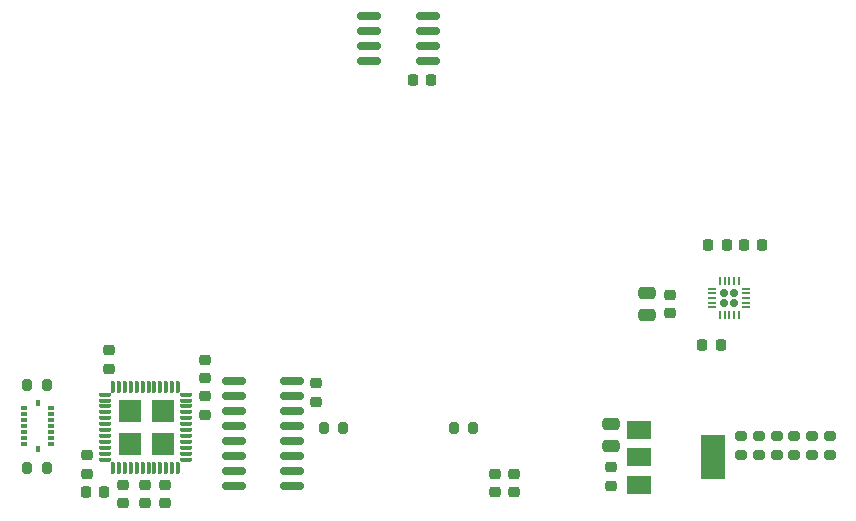
<source format=gbr>
%TF.GenerationSoftware,KiCad,Pcbnew,(6.0.5)*%
%TF.CreationDate,2023-11-22T15:14:02+07:00*%
%TF.ProjectId,view_base,76696577-5f62-4617-9365-2e6b69636164,rev?*%
%TF.SameCoordinates,Original*%
%TF.FileFunction,Paste,Top*%
%TF.FilePolarity,Positive*%
%FSLAX46Y46*%
G04 Gerber Fmt 4.6, Leading zero omitted, Abs format (unit mm)*
G04 Created by KiCad (PCBNEW (6.0.5)) date 2023-11-22 15:14:02*
%MOMM*%
%LPD*%
G01*
G04 APERTURE LIST*
G04 Aperture macros list*
%AMRoundRect*
0 Rectangle with rounded corners*
0 $1 Rounding radius*
0 $2 $3 $4 $5 $6 $7 $8 $9 X,Y pos of 4 corners*
0 Add a 4 corners polygon primitive as box body*
4,1,4,$2,$3,$4,$5,$6,$7,$8,$9,$2,$3,0*
0 Add four circle primitives for the rounded corners*
1,1,$1+$1,$2,$3*
1,1,$1+$1,$4,$5*
1,1,$1+$1,$6,$7*
1,1,$1+$1,$8,$9*
0 Add four rect primitives between the rounded corners*
20,1,$1+$1,$2,$3,$4,$5,0*
20,1,$1+$1,$4,$5,$6,$7,0*
20,1,$1+$1,$6,$7,$8,$9,0*
20,1,$1+$1,$8,$9,$2,$3,0*%
G04 Aperture macros list end*
%ADD10C,0.010000*%
%ADD11RoundRect,0.200000X0.200000X0.275000X-0.200000X0.275000X-0.200000X-0.275000X0.200000X-0.275000X0*%
%ADD12RoundRect,0.200000X-0.200000X-0.275000X0.200000X-0.275000X0.200000X0.275000X-0.200000X0.275000X0*%
%ADD13RoundRect,0.008100X0.126900X-0.426900X0.126900X0.426900X-0.126900X0.426900X-0.126900X-0.426900X0*%
%ADD14RoundRect,0.008100X0.426900X0.126900X-0.426900X0.126900X-0.426900X-0.126900X0.426900X-0.126900X0*%
%ADD15RoundRect,0.225000X-0.250000X0.225000X-0.250000X-0.225000X0.250000X-0.225000X0.250000X0.225000X0*%
%ADD16RoundRect,0.250000X-0.475000X0.250000X-0.475000X-0.250000X0.475000X-0.250000X0.475000X0.250000X0*%
%ADD17RoundRect,0.225000X-0.225000X-0.250000X0.225000X-0.250000X0.225000X0.250000X-0.225000X0.250000X0*%
%ADD18R,2.000000X1.500000*%
%ADD19R,2.000000X3.800000*%
%ADD20RoundRect,0.150000X-0.825000X-0.150000X0.825000X-0.150000X0.825000X0.150000X-0.825000X0.150000X0*%
%ADD21RoundRect,0.150000X0.150000X-0.150000X0.150000X0.150000X-0.150000X0.150000X-0.150000X-0.150000X0*%
%ADD22RoundRect,0.050000X0.050000X-0.300000X0.050000X0.300000X-0.050000X0.300000X-0.050000X-0.300000X0*%
%ADD23RoundRect,0.050000X0.300000X-0.050000X0.300000X0.050000X-0.300000X0.050000X-0.300000X-0.050000X0*%
%ADD24RoundRect,0.225000X0.225000X0.250000X-0.225000X0.250000X-0.225000X-0.250000X0.225000X-0.250000X0*%
%ADD25RoundRect,0.150000X0.825000X0.150000X-0.825000X0.150000X-0.825000X-0.150000X0.825000X-0.150000X0*%
%ADD26RoundRect,0.200000X-0.275000X0.200000X-0.275000X-0.200000X0.275000X-0.200000X0.275000X0.200000X0*%
%ADD27RoundRect,0.225000X0.250000X-0.225000X0.250000X0.225000X-0.250000X0.225000X-0.250000X-0.225000X0*%
%ADD28R,0.590000X0.350000*%
%ADD29R,0.350000X0.590000*%
G04 APERTURE END LIST*
%TO.C,U2*%
G36*
X80865000Y-135215000D02*
G01*
X79085000Y-135215000D01*
X79085000Y-133435000D01*
X80865000Y-133435000D01*
X80865000Y-135215000D01*
G37*
D10*
X80865000Y-135215000D02*
X79085000Y-135215000D01*
X79085000Y-133435000D01*
X80865000Y-133435000D01*
X80865000Y-135215000D01*
G36*
X78065000Y-135215000D02*
G01*
X76285000Y-135215000D01*
X76285000Y-133435000D01*
X78065000Y-133435000D01*
X78065000Y-135215000D01*
G37*
X78065000Y-135215000D02*
X76285000Y-135215000D01*
X76285000Y-133435000D01*
X78065000Y-133435000D01*
X78065000Y-135215000D01*
G36*
X78065000Y-132415000D02*
G01*
X76285000Y-132415000D01*
X76285000Y-130635000D01*
X78065000Y-130635000D01*
X78065000Y-132415000D01*
G37*
X78065000Y-132415000D02*
X76285000Y-132415000D01*
X76285000Y-130635000D01*
X78065000Y-130635000D01*
X78065000Y-132415000D01*
G36*
X80865000Y-132415000D02*
G01*
X79085000Y-132415000D01*
X79085000Y-130635000D01*
X80865000Y-130635000D01*
X80865000Y-132415000D01*
G37*
X80865000Y-132415000D02*
X79085000Y-132415000D01*
X79085000Y-130635000D01*
X80865000Y-130635000D01*
X80865000Y-132415000D01*
%TD*%
D11*
%TO.C,R1*%
X95325000Y-133000000D03*
X93675000Y-133000000D03*
%TD*%
D12*
%TO.C,R2*%
X104675000Y-133000000D03*
X106325000Y-133000000D03*
%TD*%
D13*
%TO.C,U2*%
X75825000Y-136355000D03*
X76325000Y-136355000D03*
X76825000Y-136355000D03*
X77325000Y-136355000D03*
X77825000Y-136355000D03*
X78325000Y-136355000D03*
X78825000Y-136355000D03*
X79325000Y-136355000D03*
X79825000Y-136355000D03*
X80325000Y-136355000D03*
X80825000Y-136355000D03*
X81325000Y-136355000D03*
D14*
X82005000Y-135675000D03*
X82005000Y-135175000D03*
X82005000Y-134675000D03*
X82005000Y-134175000D03*
X82005000Y-133675000D03*
X82005000Y-133175000D03*
X82005000Y-132675000D03*
X82005000Y-132175000D03*
X82005000Y-131675000D03*
X82005000Y-131175000D03*
X82005000Y-130675000D03*
X82005000Y-130175000D03*
D13*
X81325000Y-129495000D03*
X80825000Y-129495000D03*
X80325000Y-129495000D03*
X79825000Y-129495000D03*
X79325000Y-129495000D03*
X78825000Y-129495000D03*
X78325000Y-129495000D03*
X77825000Y-129495000D03*
X77325000Y-129495000D03*
X76825000Y-129495000D03*
X76325000Y-129495000D03*
X75825000Y-129495000D03*
D14*
X75145000Y-130175000D03*
X75145000Y-130675000D03*
X75145000Y-131175000D03*
X75145000Y-131675000D03*
X75145000Y-132175000D03*
X75145000Y-132675000D03*
X75145000Y-133175000D03*
X75145000Y-133675000D03*
X75145000Y-134175000D03*
X75145000Y-134675000D03*
X75145000Y-135175000D03*
X75145000Y-135675000D03*
%TD*%
D15*
%TO.C,C11*%
X93000000Y-129225000D03*
X93000000Y-130775000D03*
%TD*%
D16*
%TO.C,C13*%
X121000000Y-121550000D03*
X121000000Y-123450000D03*
%TD*%
D15*
%TO.C,C14*%
X123000000Y-121725000D03*
X123000000Y-123275000D03*
%TD*%
D17*
%TO.C,C15*%
X125725000Y-126000000D03*
X127275000Y-126000000D03*
%TD*%
%TO.C,C17*%
X129225000Y-117500000D03*
X130775000Y-117500000D03*
%TD*%
D18*
%TO.C,U6*%
X120350000Y-133200000D03*
D19*
X126650000Y-135500000D03*
D18*
X120350000Y-135500000D03*
X120350000Y-137800000D03*
%TD*%
D20*
%TO.C,U3*%
X86025000Y-129055000D03*
X86025000Y-130325000D03*
X86025000Y-131595000D03*
X86025000Y-132865000D03*
X86025000Y-134135000D03*
X86025000Y-135405000D03*
X86025000Y-136675000D03*
X86025000Y-137945000D03*
X90975000Y-137945000D03*
X90975000Y-136675000D03*
X90975000Y-135405000D03*
X90975000Y-134135000D03*
X90975000Y-132865000D03*
X90975000Y-131595000D03*
X90975000Y-130325000D03*
X90975000Y-129055000D03*
%TD*%
D21*
%TO.C,U5*%
X128410000Y-121590000D03*
X127590000Y-121590000D03*
X128410000Y-122410000D03*
X127590000Y-122410000D03*
D22*
X127200000Y-123450000D03*
X127600000Y-123450000D03*
X128000000Y-123450000D03*
X128400000Y-123450000D03*
X128800000Y-123450000D03*
D23*
X129450000Y-122800000D03*
X129450000Y-122400000D03*
X129450000Y-122000000D03*
X129450000Y-121600000D03*
X129450000Y-121200000D03*
D22*
X128800000Y-120550000D03*
X128400000Y-120550000D03*
X128000000Y-120550000D03*
X127600000Y-120550000D03*
X127200000Y-120550000D03*
D23*
X126550000Y-121200000D03*
X126550000Y-121600000D03*
X126550000Y-122000000D03*
X126550000Y-122400000D03*
X126550000Y-122800000D03*
%TD*%
D24*
%TO.C,C21*%
X127775000Y-117500000D03*
X126225000Y-117500000D03*
%TD*%
D25*
%TO.C,U1*%
X102475000Y-101905000D03*
X102475000Y-100635000D03*
X102475000Y-99365000D03*
X102475000Y-98095000D03*
X97525000Y-98095000D03*
X97525000Y-99365000D03*
X97525000Y-100635000D03*
X97525000Y-101905000D03*
%TD*%
D24*
%TO.C,C20*%
X102775000Y-103500000D03*
X101225000Y-103500000D03*
%TD*%
D26*
%TO.C,R7*%
X129000000Y-133675000D03*
X129000000Y-135325000D03*
%TD*%
%TO.C,R8*%
X130500000Y-133675000D03*
X130500000Y-135325000D03*
%TD*%
%TO.C,R12*%
X136500000Y-133675000D03*
X136500000Y-135325000D03*
%TD*%
%TO.C,R9*%
X132000000Y-133675000D03*
X132000000Y-135325000D03*
%TD*%
%TO.C,R10*%
X133500000Y-133675000D03*
X133500000Y-135325000D03*
%TD*%
%TO.C,R11*%
X135000000Y-133675000D03*
X135000000Y-135325000D03*
%TD*%
D16*
%TO.C,C10*%
X118000000Y-132650000D03*
X118000000Y-134550000D03*
%TD*%
D27*
%TO.C,C9*%
X118000000Y-137875000D03*
X118000000Y-136325000D03*
%TD*%
D11*
%TO.C,R3*%
X70222500Y-136425000D03*
X68572500Y-136425000D03*
%TD*%
D27*
%TO.C,C1*%
X73600000Y-136875000D03*
X73600000Y-135325000D03*
%TD*%
D24*
%TO.C,C4*%
X75075000Y-138400000D03*
X73525000Y-138400000D03*
%TD*%
D27*
%TO.C,C2*%
X75500000Y-127975000D03*
X75500000Y-126425000D03*
%TD*%
%TO.C,C12*%
X78500000Y-139375000D03*
X78500000Y-137825000D03*
%TD*%
D15*
%TO.C,C5*%
X109800000Y-136900000D03*
X109800000Y-138450000D03*
%TD*%
D11*
%TO.C,R4*%
X70222500Y-129325000D03*
X68572500Y-129325000D03*
%TD*%
D27*
%TO.C,C16*%
X83600000Y-131875000D03*
X83600000Y-130325000D03*
%TD*%
D15*
%TO.C,C8*%
X76700000Y-137825000D03*
X76700000Y-139375000D03*
%TD*%
D27*
%TO.C,C3*%
X108200000Y-138450000D03*
X108200000Y-136900000D03*
%TD*%
D15*
%TO.C,C7*%
X83600000Y-127225000D03*
X83600000Y-128775000D03*
%TD*%
D28*
%TO.C,U4*%
X70600000Y-131325000D03*
X70600000Y-131825000D03*
X70600000Y-132325000D03*
X70600000Y-132825000D03*
X70600000Y-133325000D03*
X70600000Y-133825000D03*
X70600000Y-134325000D03*
D29*
X69435000Y-134740000D03*
D28*
X68270000Y-134325000D03*
X68270000Y-133825000D03*
X68270000Y-133325000D03*
X68270000Y-132825000D03*
X68270000Y-132325000D03*
X68270000Y-131825000D03*
X68270000Y-131325000D03*
D29*
X69435000Y-130910000D03*
%TD*%
D15*
%TO.C,C6*%
X80200000Y-137825000D03*
X80200000Y-139375000D03*
%TD*%
M02*

</source>
